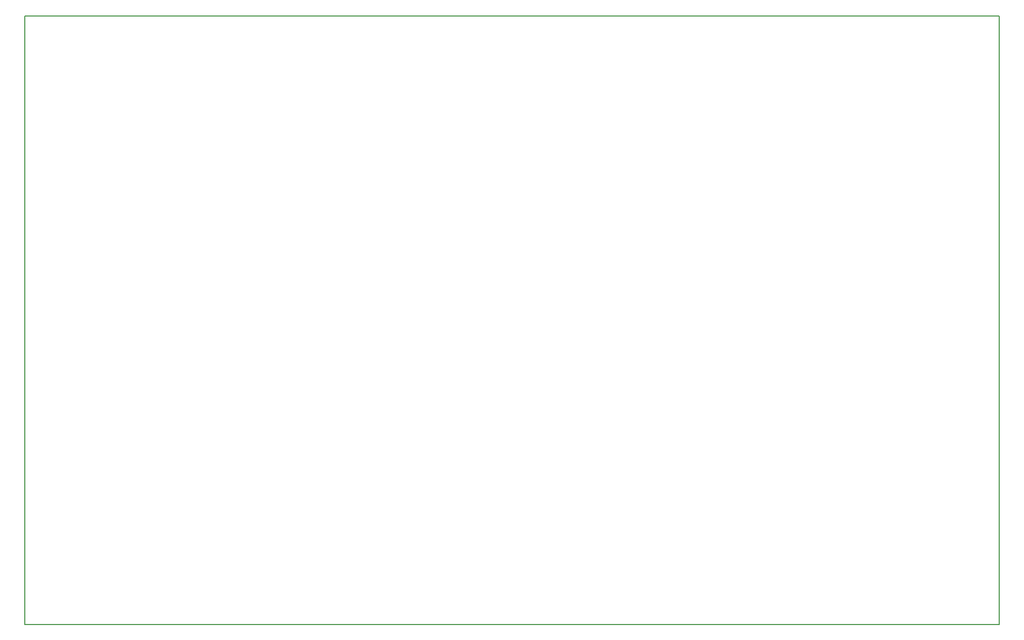
<source format=gm1>
G04 #@! TF.GenerationSoftware,KiCad,Pcbnew,7.0.1*
G04 #@! TF.CreationDate,2024-01-30T15:52:28+01:00*
G04 #@! TF.ProjectId,smd_aio,736d645f-6169-46f2-9e6b-696361645f70,rev?*
G04 #@! TF.SameCoordinates,Original*
G04 #@! TF.FileFunction,Profile,NP*
%FSLAX46Y46*%
G04 Gerber Fmt 4.6, Leading zero omitted, Abs format (unit mm)*
G04 Created by KiCad (PCBNEW 7.0.1) date 2024-01-30 15:52:28*
%MOMM*%
%LPD*%
G01*
G04 APERTURE LIST*
G04 #@! TA.AperFunction,Profile*
%ADD10C,0.150000*%
G04 #@! TD*
G04 APERTURE END LIST*
D10*
X18796000Y-17018000D02*
X178562000Y-17018000D01*
X178562000Y-116840000D01*
X18796000Y-116840000D01*
X18796000Y-17018000D01*
M02*

</source>
